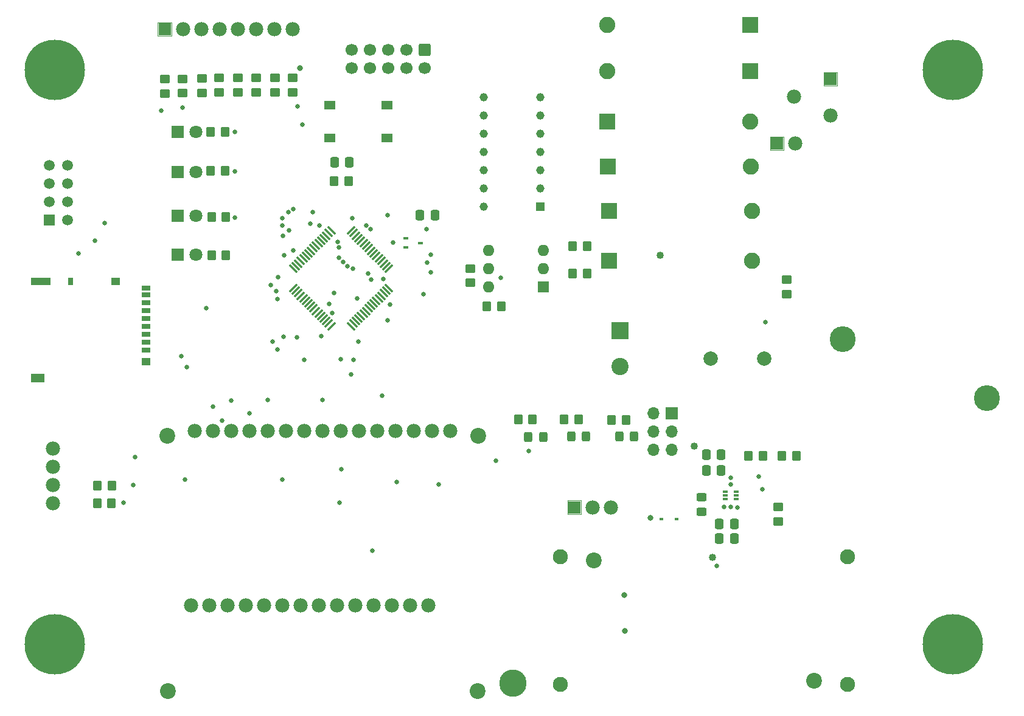
<source format=gbr>
%TF.GenerationSoftware,KiCad,Pcbnew,(6.0.4)*%
%TF.CreationDate,2023-03-10T14:52:47-05:00*%
%TF.ProjectId,cc_pcbRedo,63635f70-6362-4526-9564-6f2e6b696361,rev?*%
%TF.SameCoordinates,Original*%
%TF.FileFunction,Soldermask,Top*%
%TF.FilePolarity,Negative*%
%FSLAX46Y46*%
G04 Gerber Fmt 4.6, Leading zero omitted, Abs format (unit mm)*
G04 Created by KiCad (PCBNEW (6.0.4)) date 2023-03-10 14:52:47*
%MOMM*%
%LPD*%
G01*
G04 APERTURE LIST*
G04 Aperture macros list*
%AMRoundRect*
0 Rectangle with rounded corners*
0 $1 Rounding radius*
0 $2 $3 $4 $5 $6 $7 $8 $9 X,Y pos of 4 corners*
0 Add a 4 corners polygon primitive as box body*
4,1,4,$2,$3,$4,$5,$6,$7,$8,$9,$2,$3,0*
0 Add four circle primitives for the rounded corners*
1,1,$1+$1,$2,$3*
1,1,$1+$1,$4,$5*
1,1,$1+$1,$6,$7*
1,1,$1+$1,$8,$9*
0 Add four rect primitives between the rounded corners*
20,1,$1+$1,$2,$3,$4,$5,0*
20,1,$1+$1,$4,$5,$6,$7,0*
20,1,$1+$1,$6,$7,$8,$9,0*
20,1,$1+$1,$8,$9,$2,$3,0*%
G04 Aperture macros list end*
%ADD10C,0.120000*%
%ADD11C,2.096000*%
%ADD12R,1.778000X1.778000*%
%ADD13C,1.981200*%
%ADD14R,2.250000X2.250000*%
%ADD15C,2.250000*%
%ADD16C,2.000000*%
%ADD17RoundRect,0.250000X0.350000X0.450000X-0.350000X0.450000X-0.350000X-0.450000X0.350000X-0.450000X0*%
%ADD18RoundRect,0.250000X-0.450000X0.350000X-0.450000X-0.350000X0.450000X-0.350000X0.450000X0.350000X0*%
%ADD19RoundRect,0.250000X-0.337500X-0.475000X0.337500X-0.475000X0.337500X0.475000X-0.337500X0.475000X0*%
%ADD20RoundRect,0.250000X0.337500X0.475000X-0.337500X0.475000X-0.337500X-0.475000X0.337500X-0.475000X0*%
%ADD21R,1.600000X1.600000*%
%ADD22O,1.600000X1.600000*%
%ADD23RoundRect,0.250000X-0.325000X-0.450000X0.325000X-0.450000X0.325000X0.450000X-0.325000X0.450000X0*%
%ADD24RoundRect,0.250000X-0.350000X-0.450000X0.350000X-0.450000X0.350000X0.450000X-0.350000X0.450000X0*%
%ADD25R,1.800000X1.800000*%
%ADD26C,1.800000*%
%ADD27RoundRect,0.075000X0.441942X0.548008X-0.548008X-0.441942X-0.441942X-0.548008X0.548008X0.441942X0*%
%ADD28RoundRect,0.075000X-0.441942X0.548008X-0.548008X0.441942X0.441942X-0.548008X0.548008X-0.441942X0*%
%ADD29C,2.200000*%
%ADD30R,1.500000X1.500000*%
%ADD31C,1.500000*%
%ADD32C,8.400000*%
%ADD33RoundRect,0.250000X-0.600000X0.600000X-0.600000X-0.600000X0.600000X-0.600000X0.600000X0.600000X0*%
%ADD34C,1.700000*%
%ADD35RoundRect,0.250000X-0.450000X0.325000X-0.450000X-0.325000X0.450000X-0.325000X0.450000X0.325000X0*%
%ADD36R,2.400000X2.400000*%
%ADD37C,2.400000*%
%ADD38R,1.170000X1.170000*%
%ADD39C,1.170000*%
%ADD40R,0.700000X0.340000*%
%ADD41RoundRect,0.250000X0.450000X-0.350000X0.450000X0.350000X-0.450000X0.350000X-0.450000X-0.350000X0*%
%ADD42R,1.200000X0.700000*%
%ADD43R,0.800000X1.000000*%
%ADD44R,1.900000X1.300000*%
%ADD45R,1.200000X1.000000*%
%ADD46R,2.800000X1.000000*%
%ADD47R,0.600000X0.450000*%
%ADD48R,0.700000X0.450000*%
%ADD49C,3.600000*%
%ADD50R,1.700000X1.700000*%
%ADD51O,1.700000X1.700000*%
%ADD52R,1.550000X1.300000*%
%ADD53C,0.635000*%
%ADD54C,0.800000*%
%ADD55C,1.016000*%
%ADD56C,3.810000*%
G04 APERTURE END LIST*
D10*
%TO.C,U7*%
X153873200Y-107467400D02*
X155752800Y-107467400D01*
X155752800Y-107467400D02*
X155752800Y-109347000D01*
X155752800Y-109347000D02*
X153873200Y-109347000D01*
X153873200Y-109347000D02*
X153873200Y-107467400D01*
%TO.C,J5*%
X182118000Y-56769000D02*
X183997600Y-56769000D01*
X183997600Y-56769000D02*
X183997600Y-58648600D01*
X183997600Y-58648600D02*
X182118000Y-58648600D01*
X182118000Y-58648600D02*
X182118000Y-56769000D01*
%TO.C,J6*%
X191439800Y-47821850D02*
X189560200Y-47821850D01*
X189560200Y-47821850D02*
X189560200Y-49701450D01*
X189560200Y-49701450D02*
X191439800Y-49701450D01*
X191439800Y-49701450D02*
X191439800Y-47821850D01*
%TO.C,J3*%
X96875600Y-40843200D02*
X98755200Y-40843200D01*
X98755200Y-40843200D02*
X98755200Y-42722800D01*
X98755200Y-42722800D02*
X96875600Y-42722800D01*
X96875600Y-42722800D02*
X96875600Y-40843200D01*
%TD*%
D11*
%TO.C,J7*%
X152916195Y-115337602D03*
X152916195Y-133087602D03*
X192866195Y-115337602D03*
X192866195Y-133087602D03*
%TD*%
D12*
%TO.C,U7*%
X154813000Y-108407200D03*
D13*
X157353000Y-108407200D03*
X159893000Y-108407200D03*
%TD*%
D14*
%TO.C,D15*%
X179317200Y-47675800D03*
D15*
X159417200Y-47675800D03*
%TD*%
D16*
%TO.C,C18*%
X181279800Y-87731600D03*
X173779800Y-87731600D03*
%TD*%
D17*
%TO.C,R18*%
X106359200Y-73329800D03*
X104359200Y-73329800D03*
%TD*%
D13*
%TO.C,U3*%
X82296000Y-100203000D03*
X82296000Y-102743000D03*
X82296000Y-105283000D03*
X82296000Y-107823000D03*
%TD*%
D18*
%TO.C,R7*%
X100330000Y-48733200D03*
X100330000Y-50733200D03*
%TD*%
D19*
%TO.C,C11*%
X174982493Y-110744000D03*
X177057493Y-110744000D03*
%TD*%
D20*
%TO.C,C8*%
X123507512Y-60330004D03*
X121432512Y-60330004D03*
%TD*%
D21*
%TO.C,U9*%
X150484992Y-77683589D03*
D22*
X150484992Y-75143589D03*
X150484992Y-72603589D03*
X142864992Y-72603589D03*
X142864992Y-75143589D03*
X142864992Y-77683589D03*
%TD*%
D23*
%TO.C,D2*%
X154381192Y-98552000D03*
X156431192Y-98552000D03*
%TD*%
D24*
%TO.C,R24*%
X179076602Y-101219000D03*
X181076602Y-101219000D03*
%TD*%
D14*
%TO.C,D10*%
X159671200Y-74066400D03*
D15*
X179571200Y-74066400D03*
%TD*%
D25*
%TO.C,D4*%
X99613796Y-56083200D03*
D26*
X102153796Y-56083200D03*
%TD*%
D18*
%TO.C,R9*%
X105410000Y-48606200D03*
X105410000Y-50606200D03*
%TD*%
D27*
%TO.C,U6*%
X129032842Y-75159443D03*
X128679289Y-74805890D03*
X128325736Y-74452337D03*
X127972182Y-74098783D03*
X127618629Y-73745230D03*
X127265075Y-73391676D03*
X126911522Y-73038123D03*
X126557969Y-72684570D03*
X126204415Y-72331016D03*
X125850862Y-71977463D03*
X125497309Y-71623910D03*
X125143755Y-71270356D03*
X124790202Y-70916803D03*
X124436648Y-70563249D03*
X124083095Y-70209696D03*
X123729542Y-69856143D03*
D28*
X121007180Y-69856143D03*
X120653627Y-70209696D03*
X120300074Y-70563249D03*
X119946520Y-70916803D03*
X119592967Y-71270356D03*
X119239413Y-71623910D03*
X118885860Y-71977463D03*
X118532307Y-72331016D03*
X118178753Y-72684570D03*
X117825200Y-73038123D03*
X117471647Y-73391676D03*
X117118093Y-73745230D03*
X116764540Y-74098783D03*
X116410986Y-74452337D03*
X116057433Y-74805890D03*
X115703880Y-75159443D03*
D27*
X115703880Y-77881805D03*
X116057433Y-78235358D03*
X116410986Y-78588911D03*
X116764540Y-78942465D03*
X117118093Y-79296018D03*
X117471647Y-79649572D03*
X117825200Y-80003125D03*
X118178753Y-80356678D03*
X118532307Y-80710232D03*
X118885860Y-81063785D03*
X119239413Y-81417338D03*
X119592967Y-81770892D03*
X119946520Y-82124445D03*
X120300074Y-82477999D03*
X120653627Y-82831552D03*
X121007180Y-83185105D03*
D28*
X123729542Y-83185105D03*
X124083095Y-82831552D03*
X124436648Y-82477999D03*
X124790202Y-82124445D03*
X125143755Y-81770892D03*
X125497309Y-81417338D03*
X125850862Y-81063785D03*
X126204415Y-80710232D03*
X126557969Y-80356678D03*
X126911522Y-80003125D03*
X127265075Y-79649572D03*
X127618629Y-79296018D03*
X127972182Y-78942465D03*
X128325736Y-78588911D03*
X128679289Y-78235358D03*
X129032842Y-77881805D03*
%TD*%
D29*
%TO.C,H8*%
X98247200Y-133985000D03*
%TD*%
D18*
%TO.C,R10*%
X108026200Y-48580800D03*
X108026200Y-50580800D03*
%TD*%
%TO.C,R6*%
X97840800Y-48758600D03*
X97840800Y-50758600D03*
%TD*%
%TO.C,R11*%
X110515400Y-48606200D03*
X110515400Y-50606200D03*
%TD*%
D30*
%TO.C,U1*%
X81766800Y-68411903D03*
D31*
X84306800Y-68411903D03*
X81766800Y-65871903D03*
X84306800Y-65871903D03*
X81766800Y-63331903D03*
X84306800Y-63331903D03*
X81766800Y-60791903D03*
X84306800Y-60791903D03*
%TD*%
D12*
%TO.C,J5*%
X183057800Y-57708800D03*
D13*
X185597800Y-57708800D03*
%TD*%
D14*
%TO.C,D12*%
X159411993Y-54711600D03*
D15*
X179311993Y-54711600D03*
%TD*%
D25*
%TO.C,D5*%
X99593400Y-61722000D03*
D26*
X102133400Y-61722000D03*
%TD*%
D32*
%TO.C,H3*%
X207500000Y-47500000D03*
%TD*%
D24*
%TO.C,R4*%
X147031200Y-96139000D03*
X149031200Y-96139000D03*
%TD*%
D18*
%TO.C,R29*%
X184409994Y-76710005D03*
X184409994Y-78710005D03*
%TD*%
%TO.C,R8*%
X103022400Y-48682400D03*
X103022400Y-50682400D03*
%TD*%
D17*
%TO.C,R15*%
X106202406Y-56134000D03*
X104202406Y-56134000D03*
%TD*%
D33*
%TO.C,J1*%
X134035800Y-44729400D03*
D34*
X134035800Y-47269400D03*
X131495800Y-44729400D03*
X131495800Y-47269400D03*
X128955800Y-44729400D03*
X128955800Y-47269400D03*
X126415800Y-44729400D03*
X126415800Y-47269400D03*
X123875800Y-44729400D03*
X123875800Y-47269400D03*
%TD*%
D23*
%TO.C,D3*%
X148428600Y-98602800D03*
X150478600Y-98602800D03*
%TD*%
D17*
%TO.C,R25*%
X144637000Y-80416400D03*
X142637000Y-80416400D03*
%TD*%
D35*
%TO.C,L2*%
X172500011Y-106995002D03*
X172500011Y-109045002D03*
%TD*%
D24*
%TO.C,R3*%
X153422602Y-96189800D03*
X155422602Y-96189800D03*
%TD*%
D17*
%TO.C,R16*%
X106211804Y-61544200D03*
X104211804Y-61544200D03*
%TD*%
D36*
%TO.C,C17*%
X161188400Y-83769200D03*
D37*
X161188400Y-88769200D03*
%TD*%
D38*
%TO.C,U5*%
X150121600Y-66573400D03*
D39*
X150121600Y-64033400D03*
X150121600Y-61493400D03*
X150121600Y-58953400D03*
X150121600Y-56413400D03*
X150121600Y-53873400D03*
X150121600Y-51333400D03*
X142181600Y-51333400D03*
X142181600Y-53873400D03*
X142181600Y-56413400D03*
X142181600Y-58953400D03*
X142181600Y-61493400D03*
X142181600Y-64033400D03*
X142181600Y-66573400D03*
%TD*%
D19*
%TO.C,C13*%
X173162507Y-103301800D03*
X175237507Y-103301800D03*
%TD*%
%TO.C,C14*%
X173162507Y-101117400D03*
X175237507Y-101117400D03*
%TD*%
D24*
%TO.C,R5*%
X121430007Y-62959996D03*
X123430007Y-62959996D03*
%TD*%
D40*
%TO.C,U8*%
X175830789Y-106256201D03*
X175830800Y-106756200D03*
X175830800Y-107256200D03*
X177330800Y-107256200D03*
X177330811Y-106756200D03*
X177330800Y-106256200D03*
%TD*%
D41*
%TO.C,R27*%
X140329996Y-77149987D03*
X140329996Y-75149987D03*
%TD*%
D25*
%TO.C,D7*%
X99664596Y-73253600D03*
D26*
X102204596Y-73253600D03*
%TD*%
D17*
%TO.C,R17*%
X106333800Y-67995800D03*
X104333800Y-67995800D03*
%TD*%
D29*
%TO.C,H6*%
X141427200Y-98450400D03*
%TD*%
D42*
%TO.C,J2*%
X95254594Y-86539603D03*
X95254594Y-85439603D03*
X95254594Y-84339603D03*
X95254594Y-83239603D03*
X95254594Y-82139603D03*
X95254594Y-81039603D03*
X95254594Y-79939603D03*
X95254594Y-78839603D03*
X95254594Y-77889603D03*
D43*
X84754594Y-76939603D03*
D44*
X80154594Y-90439603D03*
D45*
X90954594Y-76939603D03*
D46*
X80604594Y-76939603D03*
D45*
X95254594Y-88089603D03*
%TD*%
D24*
%TO.C,R1*%
X88433400Y-107873800D03*
X90433400Y-107873800D03*
%TD*%
%TO.C,R2*%
X160036000Y-96215200D03*
X162036000Y-96215200D03*
%TD*%
D32*
%TO.C,H4*%
X82500000Y-47500000D03*
%TD*%
D13*
%TO.C,U4*%
X134493000Y-122072400D03*
X131953000Y-122072400D03*
X129413000Y-122072400D03*
X126873000Y-122072400D03*
X124333000Y-122072400D03*
X121793000Y-122072400D03*
X119253000Y-122072400D03*
X116713000Y-122072400D03*
X114173000Y-122072400D03*
X111633000Y-122072400D03*
X109093000Y-122072400D03*
X106553000Y-122072400D03*
X104013000Y-122072400D03*
X101473000Y-122072400D03*
%TD*%
D18*
%TO.C,R13*%
X115671600Y-48606200D03*
X115671600Y-50606200D03*
%TD*%
D29*
%TO.C,H7*%
X141401800Y-134010400D03*
%TD*%
D25*
%TO.C,D6*%
X99588396Y-67792600D03*
D26*
X102128396Y-67792600D03*
%TD*%
D24*
%TO.C,R23*%
X183743598Y-101269800D03*
X185743598Y-101269800D03*
%TD*%
D14*
%TO.C,D11*%
X159620400Y-67132200D03*
D15*
X179520400Y-67132200D03*
%TD*%
D18*
%TO.C,R12*%
X113157000Y-48580800D03*
X113157000Y-50580800D03*
%TD*%
D17*
%TO.C,R30*%
X90458800Y-105359200D03*
X88458800Y-105359200D03*
%TD*%
D19*
%TO.C,C12*%
X174984500Y-112750600D03*
X177059500Y-112750600D03*
%TD*%
D47*
%TO.C,D16*%
X166920200Y-110032800D03*
X169020200Y-110032800D03*
%TD*%
D48*
%TO.C,U10*%
X131410200Y-70927200D03*
X131410200Y-72227200D03*
X133410200Y-71577200D03*
%TD*%
D29*
%TO.C,H9*%
X157581600Y-115824000D03*
%TD*%
D14*
%TO.C,D13*%
X179266400Y-41224200D03*
D15*
X159366400Y-41224200D03*
%TD*%
D14*
%TO.C,D14*%
X159468000Y-60934600D03*
D15*
X179368000Y-60934600D03*
%TD*%
D13*
%TO.C,U2*%
X137595162Y-97810439D03*
X135055162Y-97810439D03*
X132515162Y-97810439D03*
X129975162Y-97810439D03*
X127435162Y-97810439D03*
X124895162Y-97810439D03*
X122355162Y-97810439D03*
X119815162Y-97810439D03*
X117275162Y-97810439D03*
X114735162Y-97810439D03*
X112195162Y-97810439D03*
X109655162Y-97810439D03*
X107115162Y-97810439D03*
X104575162Y-97810439D03*
X102035162Y-97810439D03*
%TD*%
D49*
%TO.C,L1*%
X212237204Y-93213809D03*
X192137204Y-85013809D03*
%TD*%
D17*
%TO.C,R22*%
X156600400Y-75819000D03*
X154600400Y-75819000D03*
%TD*%
D50*
%TO.C,J4*%
X168396590Y-95315811D03*
D51*
X165856590Y-95315811D03*
X168396590Y-97855811D03*
X165856590Y-97855811D03*
X168396590Y-100395811D03*
X165856590Y-100395811D03*
%TD*%
D23*
%TO.C,D1*%
X161103200Y-98552000D03*
X163153200Y-98552000D03*
%TD*%
D52*
%TO.C,SW1*%
X128795600Y-52436200D03*
X120835600Y-52436200D03*
X128795600Y-56936200D03*
X120835600Y-56936200D03*
%TD*%
D41*
%TO.C,R26*%
X183235600Y-110397800D03*
X183235600Y-108397800D03*
%TD*%
D29*
%TO.C,H5*%
X98221800Y-98425000D03*
%TD*%
D24*
%TO.C,R21*%
X154600400Y-72059800D03*
X156600400Y-72059800D03*
%TD*%
D20*
%TO.C,C19*%
X135428900Y-67716400D03*
X133353900Y-67716400D03*
%TD*%
D12*
%TO.C,J6*%
X190500000Y-48761650D03*
D13*
X185420000Y-51250850D03*
X190500000Y-53841650D03*
%TD*%
D29*
%TO.C,H10*%
X188163200Y-132562600D03*
%TD*%
D32*
%TO.C,H2*%
X207500000Y-127500000D03*
%TD*%
D12*
%TO.C,J3*%
X97815400Y-41783000D03*
D13*
X100355400Y-41783000D03*
X102895400Y-41783000D03*
X105435400Y-41783000D03*
X107975400Y-41783000D03*
X110515400Y-41783000D03*
X113055400Y-41783000D03*
X115595400Y-41783000D03*
%TD*%
D32*
%TO.C,H1*%
X82500000Y-127500000D03*
%TD*%
D53*
X89458800Y-68808600D03*
X113379880Y-78282800D03*
X117275162Y-87883988D03*
X126695200Y-114477800D03*
X114249200Y-70561200D03*
X103606600Y-80695800D03*
X114173000Y-104571800D03*
X128079162Y-92862400D03*
X122326400Y-87757000D03*
X122402600Y-103073200D03*
X122148600Y-107746800D03*
X124580000Y-79350000D03*
X119811800Y-93497400D03*
X130098800Y-104876600D03*
X122658060Y-74251396D03*
X100685600Y-104571800D03*
X112191800Y-93421200D03*
X109651800Y-95351600D03*
X122095959Y-73634600D03*
X107111800Y-93573600D03*
X122095959Y-72237600D03*
X104571800Y-94361000D03*
X118414800Y-67284600D03*
X118126783Y-68893417D03*
X105791000Y-96342200D03*
X88112600Y-71247000D03*
X114350800Y-84683600D03*
X124005076Y-75192821D03*
X123248142Y-74841478D03*
X112839162Y-85327600D03*
X115114232Y-69823694D03*
X117024903Y-55143400D03*
X114198389Y-69164200D03*
X116332000Y-52603400D03*
X115736892Y-66844569D03*
X107619800Y-56083200D03*
X107594400Y-61595000D03*
X115062000Y-67335400D03*
X100939600Y-88925400D03*
X100304600Y-52730400D03*
X107585400Y-68046600D03*
X114198400Y-68173600D03*
X93675200Y-101422200D03*
X92125800Y-107772200D03*
X97358200Y-53187600D03*
X100126800Y-87350600D03*
X134807909Y-75666600D03*
X134346315Y-74289285D03*
X134807909Y-73253600D03*
X129590800Y-71500695D03*
X128803400Y-67716400D03*
X125845814Y-69148629D03*
X113588800Y-76327000D03*
X112572800Y-77495400D03*
X113521600Y-79405362D03*
X85852000Y-73075800D03*
X116259686Y-84712886D03*
X123774200Y-89916000D03*
X124129800Y-87909400D03*
X124739400Y-85293200D03*
X128854200Y-82372200D03*
X180450800Y-104149200D03*
D54*
X116611400Y-47269400D03*
X161747200Y-120599200D03*
X165430200Y-109880400D03*
D53*
X93472000Y-105333800D03*
X113538000Y-86410800D03*
X121407279Y-78537875D03*
X129209800Y-80137000D03*
D55*
X166801800Y-73329800D03*
D53*
X128235759Y-76571421D03*
X135990000Y-105190000D03*
X119650559Y-84597821D03*
X120737954Y-80117954D03*
X114470000Y-73320000D03*
X126102159Y-75834821D03*
X119353730Y-69146650D03*
X143900000Y-101930000D03*
X144610000Y-76440000D03*
D55*
X171551600Y-99872800D03*
D53*
X181000400Y-105943400D03*
X181440000Y-82600000D03*
D56*
X146304000Y-132892800D03*
D53*
X126593600Y-76708000D03*
X134289800Y-69672200D03*
X115713559Y-72659821D03*
X176600000Y-104300000D03*
X175700000Y-108400000D03*
X176600000Y-108400000D03*
X126503239Y-69662621D03*
X123968559Y-68164021D03*
X121160000Y-81340000D03*
X133798359Y-78705021D03*
X176600000Y-105200000D03*
X121927844Y-71420207D03*
X177500000Y-108404711D03*
X148463000Y-100533200D03*
D54*
X161823400Y-125653800D03*
D53*
X174625000Y-116560600D03*
D55*
X174020000Y-115350000D03*
M02*

</source>
